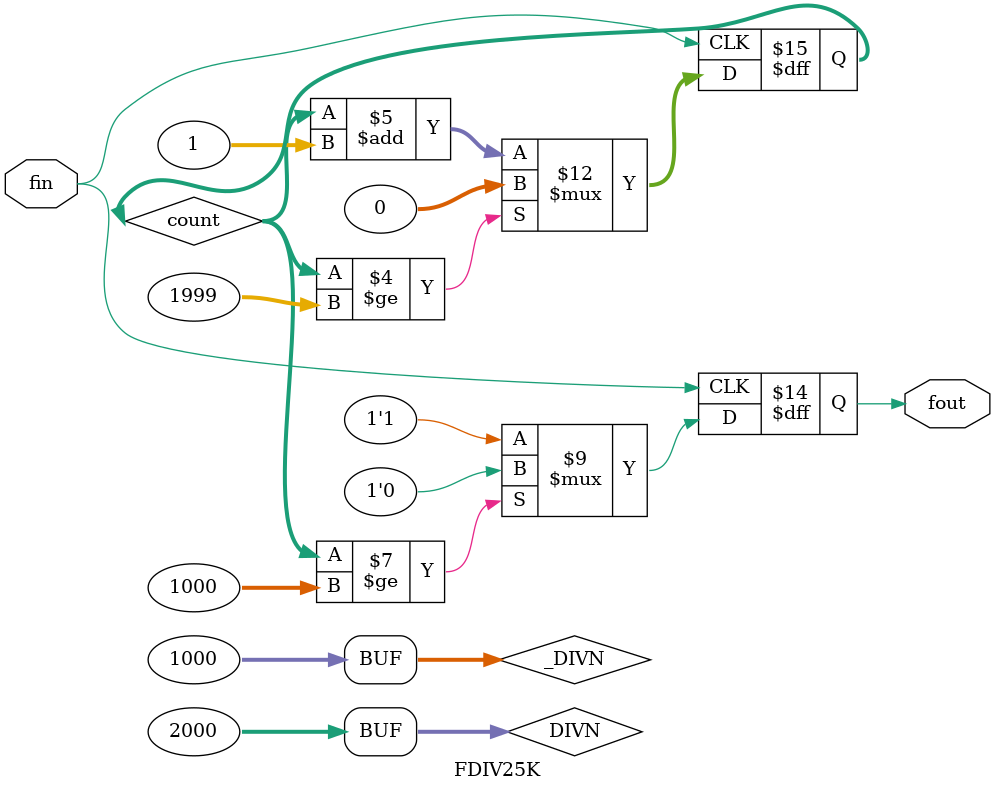
<source format=v>
module FDIV25K(fin,fout);
	input fin;
	output fout;
	wire [31:0] _DIVN,DIVN;
	reg [31:0] count;
	reg fout;
	
	assign DIVN=2000;	
	assign _DIVN = DIVN >>1;
	
	always @(posedge fin)
		if(count>=DIVN-1) 
			count=0;
		else
			count = count +1;
	always @ (negedge fin)
         if(count>=_DIVN)
				fout=0;
			else
				fout=1'd1;
endmodule 
</source>
